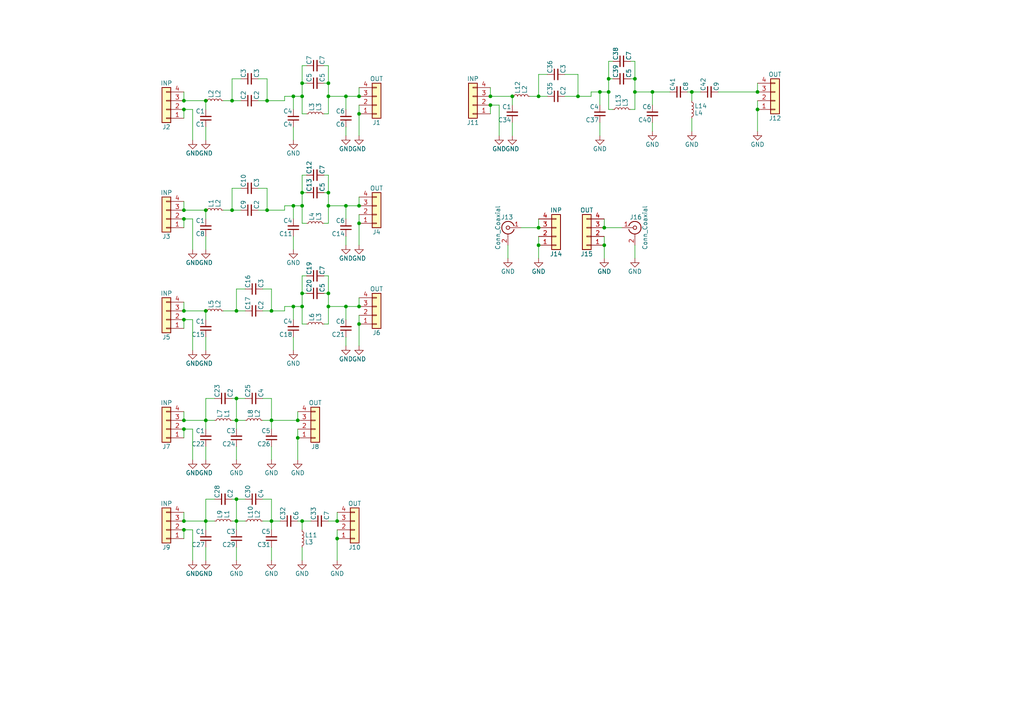
<source format=kicad_sch>
(kicad_sch (version 20211123) (generator eeschema)
  (paper "A4")
  (lib_symbols
    (symbol "BandPassFilter-rescue:C_Small" (pin_numbers hide) (pin_names (offset 0.254) hide)
      (property "Reference" "C" (at 0.254 1.778 0))
      (property "Value" "C_Small" (at 0.254 -2.032 0))
      (symbol "C_Small_0_1"
        (polyline (pts (xy -1.524 -0.508) (xy 1.524 -0.508)) (stroke (width 0.3302)))
        (polyline (pts (xy -1.524 0.508) (xy 1.524 0.508)) (stroke (width 0.3048)))
      )
      (symbol "C_Small_1_1"
        (pin passive line (at 0 2.54 270) (length 2.032) (name "~") (number "1"))
        (pin passive line (at 0 -2.54 90) (length 2.032) (name "~") (number "2"))
      )
    )
    (symbol "BandPassFilter-rescue:Conn_01x04" (pin_names (offset 1.016) hide)
      (property "Reference" "J" (at 0 5.08 0))
      (property "Value" "Conn_01x04" (at 0 -7.62 0))
      (symbol "Conn_01x04_1_1"
        (rectangle (start -1.27 -4.953) (end 0 -5.207) (stroke (width 0.1524)))
        (rectangle (start -1.27 -2.413) (end 0 -2.667) (stroke (width 0.1524)))
        (rectangle (start -1.27 0.127) (end 0 -0.127) (stroke (width 0.1524)))
        (rectangle (start -1.27 2.667) (end 0 2.413) (stroke (width 0.1524)))
        (rectangle (start -1.27 3.81) (end 1.27 -6.35) (stroke (width 0.254)) (fill (type background)))
        (pin passive line (at -5.08 2.54 0) (length 3.81) (name "Pin_1") (number "1"))
        (pin passive line (at -5.08 0 0) (length 3.81) (name "Pin_2") (number "2"))
        (pin passive line (at -5.08 -2.54 0) (length 3.81) (name "Pin_3") (number "3"))
        (pin passive line (at -5.08 -5.08 0) (length 3.81) (name "Pin_4") (number "4"))
      )
    )
    (symbol "BandPassFilter-rescue:Conn_Coaxial" (pin_names (offset 1.016) hide)
      (property "Reference" "J" (at 0.254 3.048 0))
      (property "Value" "Conn_Coaxial" (at 2.921 0 90))
      (symbol "Conn_Coaxial_0_1"
        (arc (start -1.778 -0.508) (mid 0.2311 -1.8066) (end 1.778 0) (stroke (width 0.254)))
        (polyline (pts (xy -1.27 0) (xy -0.508 0)))
        (polyline (pts (xy 0 -2.54) (xy 0 -1.778)))
        (circle (center 0 0) (radius 0.508) (stroke (width 0.2032)))
        (arc (start 1.778 0) (mid 0.2099 1.8101) (end -1.778 0.508) (stroke (width 0.254)))
      )
      (symbol "Conn_Coaxial_1_1"
        (pin passive line (at -3.81 0 0) (length 2.54) (name "In") (number "1"))
        (pin passive line (at 0 -5.08 90) (length 2.54) (name "Ext") (number "2"))
      )
    )
    (symbol "BandPassFilter-rescue:GND" (power) (pin_names (offset 0))
      (property "Value" "GND" (at 0 -3.81 0))
      (symbol "GND_0_1"
        (polyline (pts (xy 0 0) (xy 0 -1.27) (xy 1.27 -1.27) (xy 0 -2.54) (xy -1.27 -1.27) (xy 0 -1.27)))
      )
      (symbol "GND_1_1"
        (pin power_in line (at 0 0 270) (length 0) hide (name "GND") (number "1"))
      )
    )
    (symbol "BandPassFilter-rescue:L_Small" (pin_numbers hide) (pin_names (offset 0.254) hide)
      (property "Reference" "L" (at 0.762 1.016 0))
      (property "Value" "L_Small" (at 0.762 -1.016 0))
      (symbol "L_Small_0_1"
        (arc (start 0 -2.032) (mid 0.508 -1.524) (end 0 -1.016))
        (arc (start 0 -1.016) (mid 0.508 -0.508) (end 0 0))
        (arc (start 0 0) (mid 0.508 0.508) (end 0 1.016))
        (arc (start 0 1.016) (mid 0.508 1.524) (end 0 2.032))
      )
      (symbol "L_Small_1_1"
        (pin passive line (at 0 2.54 270) (length 0.508) (name "~") (number "1"))
        (pin passive line (at 0 -2.54 90) (length 0.508) (name "~") (number "2"))
      )
    )
  )
  (junction (at 59.69 60.96))
  (junction (at 156.21 71.12))
  (junction (at 100.33 88.9))
  (junction (at 95.25 55.88))
  (junction (at 104.14 93.98))
  (junction (at 53.34 121.92))
  (junction (at 87.63 88.9))
  (junction (at 104.14 33.02))
  (junction (at 167.64 27.94))
  (junction (at 142.24 30.48))
  (junction (at 173.99 26.67))
  (junction (at 219.71 26.67))
  (junction (at 59.69 90.17))
  (junction (at 97.79 156.21))
  (junction (at 86.36 127))
  (junction (at 53.34 29.21))
  (junction (at 95.25 59.69))
  (junction (at 219.71 31.75))
  (junction (at 100.33 59.69))
  (junction (at 86.36 121.92))
  (junction (at 104.14 88.9))
  (junction (at 184.15 26.67))
  (junction (at 77.47 29.21))
  (junction (at 53.34 90.17))
  (junction (at 87.63 24.13))
  (junction (at 53.34 31.75))
  (junction (at 87.63 55.88))
  (junction (at 148.59 27.94))
  (junction (at 95.25 24.13))
  (junction (at 59.69 121.92))
  (junction (at 104.14 59.69))
  (junction (at 176.53 22.86))
  (junction (at 104.14 27.94))
  (junction (at 68.58 90.17))
  (junction (at 53.34 151.13))
  (junction (at 100.33 27.94))
  (junction (at 87.63 85.09))
  (junction (at 87.63 59.69))
  (junction (at 53.34 60.96))
  (junction (at 95.25 88.9))
  (junction (at 95.25 27.94))
  (junction (at 104.14 64.77))
  (junction (at 156.21 66.04))
  (junction (at 184.15 22.86))
  (junction (at 78.74 151.13))
  (junction (at 87.63 151.13))
  (junction (at 176.53 26.67))
  (junction (at 53.34 153.67))
  (junction (at 87.63 27.94))
  (junction (at 175.26 71.12))
  (junction (at 68.58 121.92))
  (junction (at 67.31 60.96))
  (junction (at 85.09 88.9))
  (junction (at 68.58 144.78))
  (junction (at 189.23 26.67))
  (junction (at 53.34 124.46))
  (junction (at 95.25 85.09))
  (junction (at 85.09 27.94))
  (junction (at 85.09 59.69))
  (junction (at 200.66 26.67))
  (junction (at 97.79 151.13))
  (junction (at 68.58 151.13))
  (junction (at 175.26 66.04))
  (junction (at 156.21 27.94))
  (junction (at 53.34 92.71))
  (junction (at 59.69 151.13))
  (junction (at 78.74 121.92))
  (junction (at 78.74 90.17))
  (junction (at 77.47 60.96))
  (junction (at 142.24 27.94))
  (junction (at 59.69 29.21))
  (junction (at 67.31 29.21))
  (junction (at 68.58 115.57))
  (junction (at 53.34 63.5))
  (wire (pts (xy 95.25 151.13) (xy 97.79 151.13)))
  (wire (pts (xy 158.75 27.94) (xy 156.21 27.94)))
  (wire (pts (xy 59.69 90.17) (xy 59.69 92.71)))
  (wire (pts (xy 74.93 29.21) (xy 77.47 29.21)))
  (wire (pts (xy 184.15 22.86) (xy 182.88 22.86)))
  (wire (pts (xy 148.59 27.94) (xy 148.59 30.48)))
  (wire (pts (xy 200.66 26.67) (xy 203.2 26.67)))
  (wire (pts (xy 59.69 151.13) (xy 62.23 151.13)))
  (wire (pts (xy 67.31 60.96) (xy 67.31 54.61)))
  (wire (pts (xy 82.55 88.9) (xy 85.09 88.9)))
  (wire (pts (xy 219.71 26.67) (xy 219.71 24.13)))
  (wire (pts (xy 87.63 153.67) (xy 87.63 151.13)))
  (wire (pts (xy 68.58 121.92) (xy 71.12 121.92)))
  (wire (pts (xy 59.69 144.78) (xy 62.23 144.78)))
  (wire (pts (xy 77.47 54.61) (xy 77.47 60.96)))
  (wire (pts (xy 78.74 133.35) (xy 78.74 129.54)))
  (wire (pts (xy 85.09 72.39) (xy 85.09 68.58)))
  (wire (pts (xy 104.14 33.02) (xy 104.14 39.37)))
  (wire (pts (xy 67.31 121.92) (xy 68.58 121.92)))
  (wire (pts (xy 88.9 85.09) (xy 87.63 85.09)))
  (wire (pts (xy 67.31 60.96) (xy 69.85 60.96)))
  (wire (pts (xy 67.31 144.78) (xy 68.58 144.78)))
  (wire (pts (xy 87.63 50.8) (xy 88.9 50.8)))
  (wire (pts (xy 59.69 40.64) (xy 59.69 36.83)))
  (wire (pts (xy 68.58 115.57) (xy 71.12 115.57)))
  (wire (pts (xy 85.09 59.69) (xy 87.63 59.69)))
  (wire (pts (xy 78.74 90.17) (xy 82.55 90.17)))
  (wire (pts (xy 184.15 17.78) (xy 184.15 22.86)))
  (wire (pts (xy 78.74 83.82) (xy 78.74 90.17)))
  (wire (pts (xy 171.45 27.94) (xy 171.45 26.67)))
  (wire (pts (xy 78.74 144.78) (xy 78.74 151.13)))
  (wire (pts (xy 173.99 30.48) (xy 173.99 26.67)))
  (wire (pts (xy 74.93 22.86) (xy 77.47 22.86)))
  (wire (pts (xy 100.33 27.94) (xy 104.14 27.94)))
  (wire (pts (xy 104.14 93.98) (xy 104.14 100.33)))
  (wire (pts (xy 67.31 22.86) (xy 69.85 22.86)))
  (wire (pts (xy 142.24 27.94) (xy 148.59 27.94)))
  (wire (pts (xy 77.47 22.86) (xy 77.47 29.21)))
  (wire (pts (xy 176.53 17.78) (xy 177.8 17.78)))
  (wire (pts (xy 87.63 151.13) (xy 90.17 151.13)))
  (wire (pts (xy 55.88 101.6) (xy 55.88 92.71)))
  (wire (pts (xy 104.14 62.23) (xy 104.14 64.77)))
  (wire (pts (xy 208.28 26.67) (xy 219.71 26.67)))
  (wire (pts (xy 97.79 153.67) (xy 97.79 156.21)))
  (wire (pts (xy 53.34 124.46) (xy 53.34 127)))
  (wire (pts (xy 68.58 133.35) (xy 68.58 129.54)))
  (wire (pts (xy 142.24 30.48) (xy 142.24 33.02)))
  (wire (pts (xy 100.33 31.75) (xy 100.33 27.94)))
  (wire (pts (xy 87.63 80.01) (xy 88.9 80.01)))
  (wire (pts (xy 74.93 60.96) (xy 77.47 60.96)))
  (wire (pts (xy 156.21 21.59) (xy 158.75 21.59)))
  (wire (pts (xy 85.09 31.75) (xy 85.09 27.94)))
  (wire (pts (xy 68.58 151.13) (xy 71.12 151.13)))
  (wire (pts (xy 200.66 38.1) (xy 200.66 34.29)))
  (wire (pts (xy 78.74 151.13) (xy 81.28 151.13)))
  (wire (pts (xy 55.88 153.67) (xy 53.34 153.67)))
  (wire (pts (xy 144.78 30.48) (xy 142.24 30.48)))
  (wire (pts (xy 59.69 121.92) (xy 62.23 121.92)))
  (wire (pts (xy 59.69 162.56) (xy 59.69 158.75)))
  (wire (pts (xy 78.74 121.92) (xy 86.36 121.92)))
  (wire (pts (xy 142.24 25.4) (xy 142.24 27.94)))
  (wire (pts (xy 59.69 133.35) (xy 59.69 129.54)))
  (wire (pts (xy 100.33 92.71) (xy 100.33 88.9)))
  (wire (pts (xy 95.25 50.8) (xy 93.98 50.8)))
  (wire (pts (xy 86.36 151.13) (xy 87.63 151.13)))
  (wire (pts (xy 68.58 90.17) (xy 71.12 90.17)))
  (wire (pts (xy 104.14 64.77) (xy 104.14 71.12)))
  (wire (pts (xy 104.14 91.44) (xy 104.14 93.98)))
  (wire (pts (xy 177.8 22.86) (xy 176.53 22.86)))
  (wire (pts (xy 76.2 90.17) (xy 78.74 90.17)))
  (wire (pts (xy 78.74 121.92) (xy 78.74 124.46)))
  (wire (pts (xy 67.31 151.13) (xy 68.58 151.13)))
  (wire (pts (xy 78.74 162.56) (xy 78.74 158.75)))
  (wire (pts (xy 87.63 85.09) (xy 87.63 88.9)))
  (wire (pts (xy 87.63 27.94) (xy 87.63 33.02)))
  (wire (pts (xy 53.34 151.13) (xy 59.69 151.13)))
  (wire (pts (xy 156.21 27.94) (xy 153.67 27.94)))
  (wire (pts (xy 88.9 24.13) (xy 87.63 24.13)))
  (wire (pts (xy 59.69 144.78) (xy 59.69 151.13)))
  (wire (pts (xy 171.45 26.67) (xy 173.99 26.67)))
  (wire (pts (xy 95.25 19.05) (xy 93.98 19.05)))
  (wire (pts (xy 53.34 26.67) (xy 53.34 29.21)))
  (wire (pts (xy 68.58 83.82) (xy 71.12 83.82)))
  (wire (pts (xy 87.63 33.02) (xy 88.9 33.02)))
  (wire (pts (xy 95.25 19.05) (xy 95.25 24.13)))
  (wire (pts (xy 53.34 87.63) (xy 53.34 90.17)))
  (wire (pts (xy 85.09 63.5) (xy 85.09 59.69)))
  (wire (pts (xy 87.63 24.13) (xy 87.63 27.94)))
  (wire (pts (xy 53.34 63.5) (xy 53.34 66.04)))
  (wire (pts (xy 156.21 27.94) (xy 156.21 21.59)))
  (wire (pts (xy 59.69 72.39) (xy 59.69 68.58)))
  (wire (pts (xy 95.25 80.01) (xy 95.25 85.09)))
  (wire (pts (xy 68.58 144.78) (xy 68.58 151.13)))
  (wire (pts (xy 156.21 63.5) (xy 156.21 66.04)))
  (wire (pts (xy 184.15 26.67) (xy 189.23 26.67)))
  (wire (pts (xy 95.25 27.94) (xy 100.33 27.94)))
  (wire (pts (xy 85.09 101.6) (xy 85.09 97.79)))
  (wire (pts (xy 68.58 144.78) (xy 71.12 144.78)))
  (wire (pts (xy 53.34 90.17) (xy 59.69 90.17)))
  (wire (pts (xy 59.69 115.57) (xy 62.23 115.57)))
  (wire (pts (xy 64.77 90.17) (xy 68.58 90.17)))
  (wire (pts (xy 76.2 151.13) (xy 78.74 151.13)))
  (wire (pts (xy 104.14 30.48) (xy 104.14 33.02)))
  (wire (pts (xy 148.59 39.37) (xy 148.59 35.56)))
  (wire (pts (xy 219.71 29.21) (xy 219.71 31.75)))
  (wire (pts (xy 173.99 26.67) (xy 176.53 26.67)))
  (wire (pts (xy 53.34 148.59) (xy 53.34 151.13)))
  (wire (pts (xy 189.23 30.48) (xy 189.23 26.67)))
  (wire (pts (xy 87.63 59.69) (xy 87.63 64.77)))
  (wire (pts (xy 53.34 29.21) (xy 59.69 29.21)))
  (wire (pts (xy 55.88 40.64) (xy 55.88 31.75)))
  (wire (pts (xy 85.09 88.9) (xy 87.63 88.9)))
  (wire (pts (xy 55.88 133.35) (xy 55.88 124.46)))
  (wire (pts (xy 95.25 24.13) (xy 95.25 27.94)))
  (wire (pts (xy 173.99 39.37) (xy 173.99 35.56)))
  (wire (pts (xy 100.33 88.9) (xy 104.14 88.9)))
  (wire (pts (xy 59.69 115.57) (xy 59.69 121.92)))
  (wire (pts (xy 167.64 27.94) (xy 171.45 27.94)))
  (wire (pts (xy 184.15 22.86) (xy 184.15 26.67)))
  (wire (pts (xy 55.88 63.5) (xy 53.34 63.5)))
  (wire (pts (xy 95.25 50.8) (xy 95.25 55.88)))
  (wire (pts (xy 67.31 115.57) (xy 68.58 115.57)))
  (wire (pts (xy 87.63 93.98) (xy 88.9 93.98)))
  (wire (pts (xy 95.25 88.9) (xy 100.33 88.9)))
  (wire (pts (xy 104.14 88.9) (xy 104.14 86.36)))
  (wire (pts (xy 59.69 151.13) (xy 59.69 153.67)))
  (wire (pts (xy 78.74 151.13) (xy 78.74 153.67)))
  (wire (pts (xy 68.58 151.13) (xy 68.58 153.67)))
  (wire (pts (xy 167.64 27.94) (xy 167.64 21.59)))
  (wire (pts (xy 64.77 29.21) (xy 67.31 29.21)))
  (wire (pts (xy 100.33 63.5) (xy 100.33 59.69)))
  (wire (pts (xy 67.31 29.21) (xy 69.85 29.21)))
  (wire (pts (xy 163.83 27.94) (xy 167.64 27.94)))
  (wire (pts (xy 200.66 29.21) (xy 200.66 26.67)))
  (wire (pts (xy 87.63 88.9) (xy 87.63 93.98)))
  (wire (pts (xy 76.2 144.78) (xy 78.74 144.78)))
  (wire (pts (xy 175.26 68.58) (xy 175.26 71.12)))
  (wire (pts (xy 176.53 22.86) (xy 176.53 26.67)))
  (wire (pts (xy 86.36 124.46) (xy 86.36 127)))
  (wire (pts (xy 184.15 74.93) (xy 184.15 71.12)))
  (wire (pts (xy 68.58 162.56) (xy 68.58 158.75)))
  (wire (pts (xy 95.25 64.77) (xy 93.98 64.77)))
  (wire (pts (xy 85.09 27.94) (xy 87.63 27.94)))
  (wire (pts (xy 86.36 121.92) (xy 86.36 119.38)))
  (wire (pts (xy 156.21 66.04) (xy 151.13 66.04)))
  (wire (pts (xy 95.25 24.13) (xy 93.98 24.13)))
  (wire (pts (xy 156.21 68.58) (xy 156.21 71.12)))
  (wire (pts (xy 100.33 39.37) (xy 100.33 36.83)))
  (wire (pts (xy 53.34 119.38) (xy 53.34 121.92)))
  (wire (pts (xy 95.25 88.9) (xy 95.25 93.98)))
  (wire (pts (xy 95.25 85.09) (xy 95.25 88.9)))
  (wire (pts (xy 184.15 17.78) (xy 182.88 17.78)))
  (wire (pts (xy 104.14 27.94) (xy 104.14 25.4)))
  (wire (pts (xy 87.63 80.01) (xy 87.63 85.09)))
  (wire (pts (xy 55.88 72.39) (xy 55.88 63.5)))
  (wire (pts (xy 176.53 31.75) (xy 177.8 31.75)))
  (wire (pts (xy 144.78 39.37) (xy 144.78 30.48)))
  (wire (pts (xy 95.25 55.88) (xy 95.25 59.69)))
  (wire (pts (xy 184.15 31.75) (xy 182.88 31.75)))
  (wire (pts (xy 175.26 63.5) (xy 175.26 66.04)))
  (wire (pts (xy 76.2 83.82) (xy 78.74 83.82)))
  (wire (pts (xy 175.26 71.12) (xy 175.26 74.93)))
  (wire (pts (xy 95.25 27.94) (xy 95.25 33.02)))
  (wire (pts (xy 87.63 50.8) (xy 87.63 55.88)))
  (wire (pts (xy 87.63 55.88) (xy 87.63 59.69)))
  (wire (pts (xy 76.2 121.92) (xy 78.74 121.92)))
  (wire (pts (xy 53.34 153.67) (xy 53.34 156.21)))
  (wire (pts (xy 219.71 31.75) (xy 219.71 38.1)))
  (wire (pts (xy 77.47 29.21) (xy 82.55 29.21)))
  (wire (pts (xy 86.36 127) (xy 86.36 133.35)))
  (wire (pts (xy 85.09 40.64) (xy 85.09 36.83)))
  (wire (pts (xy 100.33 59.69) (xy 104.14 59.69)))
  (wire (pts (xy 175.26 66.04) (xy 180.34 66.04)))
  (wire (pts (xy 95.25 55.88) (xy 93.98 55.88)))
  (wire (pts (xy 199.39 26.67) (xy 200.66 26.67)))
  (wire (pts (xy 95.25 85.09) (xy 93.98 85.09)))
  (wire (pts (xy 68.58 90.17) (xy 68.58 83.82)))
  (wire (pts (xy 68.58 115.57) (xy 68.58 121.92)))
  (wire (pts (xy 76.2 115.57) (xy 78.74 115.57)))
  (wire (pts (xy 55.88 162.56) (xy 55.88 153.67)))
  (wire (pts (xy 176.53 17.78) (xy 176.53 22.86)))
  (wire (pts (xy 189.23 26.67) (xy 194.31 26.67)))
  (wire (pts (xy 67.31 29.21) (xy 67.31 22.86)))
  (wire (pts (xy 59.69 29.21) (xy 59.69 31.75)))
  (wire (pts (xy 97.79 151.13) (xy 97.79 148.59)))
  (wire (pts (xy 95.25 33.02) (xy 93.98 33.02)))
  (wire (pts (xy 53.34 58.42) (xy 53.34 60.96)))
  (wire (pts (xy 55.88 124.46) (xy 53.34 124.46)))
  (wire (pts (xy 97.79 156.21) (xy 97.79 162.56)))
  (wire (pts (xy 55.88 92.71) (xy 53.34 92.71)))
  (wire (pts (xy 100.33 71.12) (xy 100.33 68.58)))
  (wire (pts (xy 87.63 19.05) (xy 87.63 24.13)))
  (wire (pts (xy 78.74 115.57) (xy 78.74 121.92)))
  (wire (pts (xy 176.53 26.67) (xy 176.53 31.75)))
  (wire (pts (xy 87.63 162.56) (xy 87.63 158.75)))
  (wire (pts (xy 104.14 59.69) (xy 104.14 57.15)))
  (wire (pts (xy 82.55 90.17) (xy 82.55 88.9)))
  (wire (pts (xy 59.69 60.96) (xy 59.69 63.5)))
  (wire (pts (xy 67.31 54.61) (xy 69.85 54.61)))
  (wire (pts (xy 53.34 31.75) (xy 53.34 34.29)))
  (wire (pts (xy 147.32 74.93) (xy 147.32 71.12)))
  (wire (pts (xy 77.47 60.96) (xy 82.55 60.96)))
  (wire (pts (xy 82.55 27.94) (xy 85.09 27.94)))
  (wire (pts (xy 100.33 100.33) (xy 100.33 97.79)))
  (wire (pts (xy 156.21 71.12) (xy 156.21 74.93)))
  (wire (pts (xy 95.25 59.69) (xy 100.33 59.69)))
  (wire (pts (xy 68.58 121.92) (xy 68.58 124.46)))
  (wire (pts (xy 74.93 54.61) (xy 77.47 54.61)))
  (wire (pts (xy 189.23 38.1) (xy 189.23 35.56)))
  (wire (pts (xy 184.15 26.67) (xy 184.15 31.75)))
  (wire (pts (xy 55.88 31.75) (xy 53.34 31.75)))
  (wire (pts (xy 88.9 55.88) (xy 87.63 55.88)))
  (wire (pts (xy 59.69 101.6) (xy 59.69 97.79)))
  (wire (pts (xy 82.55 59.69) (xy 85.09 59.69)))
  (wire (pts (xy 82.55 29.21) (xy 82.55 27.94)))
  (wire (pts (xy 167.64 21.59) (xy 163.83 21.59)))
  (wire (pts (xy 64.77 60.96) (xy 67.31 60.96)))
  (wire (pts (xy 95.25 80.01) (xy 93.98 80.01)))
  (wire (pts (xy 59.69 121.92) (xy 59.69 124.46)))
  (wire (pts (xy 85.09 92.71) (xy 85.09 88.9)))
  (wire (pts (xy 87.63 64.77) (xy 88.9 64.77)))
  (wire (pts (xy 53.34 121.92) (xy 59.69 121.92)))
  (wire (pts (xy 53.34 92.71) (xy 53.34 95.25)))
  (wire (pts (xy 53.34 60.96) (xy 59.69 60.96)))
  (wire (pts (xy 82.55 60.96) (xy 82.55 59.69)))
  (wire (pts (xy 87.63 19.05) (xy 88.9 19.05)))
  (wire (pts (xy 95.25 59.69) (xy 95.25 64.77)))
  (wire (pts (xy 95.25 93.98) (xy 93.98 93.98)))
  (symbol (lib_id "BandPassFilter-rescue:GND") (at 55.88 40.64 0) (unit 1)
    (property "Reference" "#PWR01" (effects hide))
    (property "Value" "GND" (at 55.88 44.45 0))
  )
  (symbol (lib_id "BandPassFilter-rescue:GND") (at 104.14 39.37 0) (unit 1)
    (property "Reference" "#PWR024" (effects hide))
    (property "Value" "GND" (at 104.14 43.18 0))
  )
  (symbol (lib_id "BandPassFilter-rescue:C_Small") (at 59.69 34.29 180) (unit 1)
    (property "Reference" "C1" (at 59.436 36.068 0) (effects (justify left)))
    (property "Value" "C1" (at 59.436 32.258 0) (effects (justify left)))
    (property "Footprint" "BandPassFilter:C_Disc_D5.0mm_W2.5mm_P5.00mm_Dual" (effects hide))
  )
  (symbol (lib_id "BandPassFilter-rescue:GND") (at 59.69 40.64 0) (unit 1)
    (property "Reference" "#PWR06" (effects hide))
    (property "Value" "GND" (at 59.69 44.45 0))
  )
  (symbol (lib_id "BandPassFilter-rescue:L_Small") (at 62.23 29.21 90) (unit 1)
    (property "Reference" "L2" (at 61.214 28.448 0) (effects (justify left)))
    (property "Value" "L2" (at 63.246 28.448 0) (effects (justify left)))
    (property "Footprint" "BandPassFilter:L_Toroid_Horizontal_D12.7mm_Compact" (effects hide))
  )
  (symbol (lib_id "BandPassFilter-rescue:C_Small") (at 72.39 29.21 90) (unit 1)
    (property "Reference" "C2" (at 70.612 28.956 0) (effects (justify left)))
    (property "Value" "C2" (at 74.422 28.956 0) (effects (justify left)))
    (property "Footprint" "BandPassFilter:C_Disc_D5.0mm_W2.5mm_P5.00mm_Dual" (effects hide))
  )
  (symbol (lib_id "BandPassFilter-rescue:C_Small") (at 72.39 22.86 90) (unit 1)
    (property "Reference" "C3" (at 70.612 22.606 0) (effects (justify left)))
    (property "Value" "C3" (at 74.422 22.606 0) (effects (justify left)))
    (property "Footprint" "BandPassFilter:C_Disc_D5.0mm_W2.5mm_P5.00mm_Dual" (effects hide))
  )
  (symbol (lib_id "BandPassFilter-rescue:C_Small") (at 85.09 34.29 180) (unit 1)
    (property "Reference" "C4" (at 84.836 36.068 0) (effects (justify left)))
    (property "Value" "C4" (at 84.836 32.258 0) (effects (justify left)))
    (property "Footprint" "BandPassFilter:C_Disc_D5.0mm_W2.5mm_P5.00mm_Dual" (effects hide))
  )
  (symbol (lib_id "BandPassFilter-rescue:GND") (at 85.09 40.64 0) (unit 1)
    (property "Reference" "#PWR015" (effects hide))
    (property "Value" "GND" (at 85.09 44.45 0))
  )
  (symbol (lib_id "BandPassFilter-rescue:C_Small") (at 100.33 34.29 180) (unit 1)
    (property "Reference" "C6" (at 100.076 36.068 0) (effects (justify left)))
    (property "Value" "C6" (at 100.076 32.258 0) (effects (justify left)))
    (property "Footprint" "BandPassFilter:C_Disc_D5.0mm_W2.5mm_P5.00mm_Dual" (effects hide))
  )
  (symbol (lib_id "BandPassFilter-rescue:GND") (at 100.33 39.37 0) (unit 1)
    (property "Reference" "#PWR021" (effects hide))
    (property "Value" "GND" (at 100.33 43.18 0))
  )
  (symbol (lib_id "BandPassFilter-rescue:C_Small") (at 91.44 24.13 90) (unit 1)
    (property "Reference" "C5" (at 89.662 23.876 0) (effects (justify left)))
    (property "Value" "C5" (at 93.472 23.876 0) (effects (justify left)))
    (property "Footprint" "BandPassFilter:C_Disc_D5.0mm_W2.5mm_P5.00mm_Dual" (effects hide))
  )
  (symbol (lib_id "BandPassFilter-rescue:L_Small") (at 91.44 33.02 90) (unit 1)
    (property "Reference" "L3" (at 90.424 32.258 0) (effects (justify left)))
    (property "Value" "L3" (at 92.456 32.258 0) (effects (justify left)))
    (property "Footprint" "BandPassFilter:L_Toroid_Horizontal_D12.7mm_Compact" (effects hide))
  )
  (symbol (lib_id "BandPassFilter-rescue:Conn_01x04") (at 109.22 30.48 0) (mirror x) (unit 1)
    (property "Reference" "J1" (at 109.22 35.56 0))
    (property "Value" "OUT" (at 109.22 22.86 0))
    (property "Footprint" "Pin_Headers:Pin_Header_Straight_1x04_Pitch2.54mm" (effects hide))
  )
  (symbol (lib_id "BandPassFilter-rescue:Conn_01x04") (at 48.26 31.75 180) (unit 1)
    (property "Reference" "J2" (at 48.26 36.83 0))
    (property "Value" "INP" (at 48.26 24.13 0))
    (property "Footprint" "Pin_Headers:Pin_Header_Straight_1x04_Pitch2.54mm" (effects hide))
  )
  (symbol (lib_id "BandPassFilter-rescue:C_Small") (at 91.44 19.05 90) (unit 1)
    (property "Reference" "C7" (at 89.662 18.796 0) (effects (justify left)))
    (property "Value" "C7" (at 93.472 18.796 0) (effects (justify left)))
    (property "Footprint" "BandPassFilter:C_Disc_D5.0mm_W2.5mm_P5.00mm_Dual" (effects hide))
  )
  (symbol (lib_id "BandPassFilter-rescue:GND") (at 55.88 72.39 0) (unit 1)
    (property "Reference" "#PWR02" (effects hide))
    (property "Value" "GND" (at 55.88 76.2 0))
  )
  (symbol (lib_id "BandPassFilter-rescue:GND") (at 104.14 71.12 0) (unit 1)
    (property "Reference" "#PWR025" (effects hide))
    (property "Value" "GND" (at 104.14 74.93 0))
  )
  (symbol (lib_id "BandPassFilter-rescue:C_Small") (at 59.69 66.04 180) (unit 1)
    (property "Reference" "C8" (at 59.436 67.818 0) (effects (justify left)))
    (property "Value" "C1" (at 59.436 64.008 0) (effects (justify left)))
    (property "Footprint" "BandPassFilter:C_Disc_D5.0mm_W2.5mm_P5.00mm_Dual" (effects hide))
  )
  (symbol (lib_id "BandPassFilter-rescue:GND") (at 59.69 72.39 0) (unit 1)
    (property "Reference" "#PWR07" (effects hide))
    (property "Value" "GND" (at 59.69 76.2 0))
  )
  (symbol (lib_id "BandPassFilter-rescue:L_Small") (at 62.23 60.96 90) (unit 1)
    (property "Reference" "L1" (at 61.214 60.198 0) (effects (justify left)))
    (property "Value" "L2" (at 63.246 60.198 0) (effects (justify left)))
    (property "Footprint" "BandPassFilter:L_Toroid_Horizontal_D12.7mm_Compact" (effects hide))
  )
  (symbol (lib_id "BandPassFilter-rescue:C_Small") (at 72.39 60.96 90) (unit 1)
    (property "Reference" "C9" (at 70.612 60.706 0) (effects (justify left)))
    (property "Value" "C2" (at 74.422 60.706 0) (effects (justify left)))
    (property "Footprint" "BandPassFilter:C_Disc_D5.0mm_W2.5mm_P5.00mm_Dual" (effects hide))
  )
  (symbol (lib_id "BandPassFilter-rescue:C_Small") (at 72.39 54.61 90) (unit 1)
    (property "Reference" "C10" (at 70.612 54.356 0) (effects (justify left)))
    (property "Value" "C3" (at 74.422 54.356 0) (effects (justify left)))
    (property "Footprint" "BandPassFilter:C_Disc_D5.0mm_W2.5mm_P5.00mm_Dual" (effects hide))
  )
  (symbol (lib_id "BandPassFilter-rescue:C_Small") (at 85.09 66.04 180) (unit 1)
    (property "Reference" "C11" (at 84.836 67.818 0) (effects (justify left)))
    (property "Value" "C4" (at 84.836 64.008 0) (effects (justify left)))
    (property "Footprint" "BandPassFilter:C_Disc_D5.0mm_W2.5mm_P5.00mm_Dual" (effects hide))
  )
  (symbol (lib_id "BandPassFilter-rescue:GND") (at 85.09 72.39 0) (unit 1)
    (property "Reference" "#PWR016" (effects hide))
    (property "Value" "GND" (at 85.09 76.2 0))
  )
  (symbol (lib_id "BandPassFilter-rescue:C_Small") (at 100.33 66.04 180) (unit 1)
    (property "Reference" "C14" (at 100.076 67.818 0) (effects (justify left)))
    (property "Value" "C6" (at 100.076 64.008 0) (effects (justify left)))
    (property "Footprint" "BandPassFilter:C_Disc_D5.0mm_W2.5mm_P5.00mm_Dual" (effects hide))
  )
  (symbol (lib_id "BandPassFilter-rescue:GND") (at 100.33 71.12 0) (unit 1)
    (property "Reference" "#PWR022" (effects hide))
    (property "Value" "GND" (at 100.33 74.93 0))
  )
  (symbol (lib_id "BandPassFilter-rescue:C_Small") (at 91.44 55.88 90) (unit 1)
    (property "Reference" "C13" (at 89.662 55.626 0) (effects (justify left)))
    (property "Value" "C5" (at 93.472 55.626 0) (effects (justify left)))
    (property "Footprint" "BandPassFilter:C_Disc_D5.0mm_W2.5mm_P5.00mm_Dual" (effects hide))
  )
  (symbol (lib_id "BandPassFilter-rescue:L_Small") (at 91.44 64.77 90) (unit 1)
    (property "Reference" "L4" (at 90.424 64.008 0) (effects (justify left)))
    (property "Value" "L3" (at 92.456 64.008 0) (effects (justify left)))
    (property "Footprint" "BandPassFilter:L_Toroid_Horizontal_D12.7mm_Compact" (effects hide))
  )
  (symbol (lib_id "BandPassFilter-rescue:Conn_01x04") (at 109.22 62.23 0) (mirror x) (unit 1)
    (property "Reference" "J4" (at 109.22 67.31 0))
    (property "Value" "OUT" (at 109.22 54.61 0))
    (property "Footprint" "Pin_Headers:Pin_Header_Straight_1x04_Pitch2.54mm" (effects hide))
  )
  (symbol (lib_id "BandPassFilter-rescue:Conn_01x04") (at 48.26 63.5 180) (unit 1)
    (property "Reference" "J3" (at 48.26 68.58 0))
    (property "Value" "INP" (at 48.26 55.88 0))
    (property "Footprint" "Pin_Headers:Pin_Header_Straight_1x04_Pitch2.54mm" (effects hide))
  )
  (symbol (lib_id "BandPassFilter-rescue:C_Small") (at 91.44 50.8 90) (unit 1)
    (property "Reference" "C12" (at 89.662 50.546 0) (effects (justify left)))
    (property "Value" "C7" (at 93.472 50.546 0) (effects (justify left)))
    (property "Footprint" "BandPassFilter:C_Disc_D5.0mm_W2.5mm_P5.00mm_Dual" (effects hide))
  )
  (symbol (lib_id "BandPassFilter-rescue:GND") (at 55.88 101.6 0) (unit 1)
    (property "Reference" "#PWR03" (effects hide))
    (property "Value" "GND" (at 55.88 105.41 0))
  )
  (symbol (lib_id "BandPassFilter-rescue:GND") (at 104.14 100.33 0) (unit 1)
    (property "Reference" "#PWR026" (effects hide))
    (property "Value" "GND" (at 104.14 104.14 0))
  )
  (symbol (lib_id "BandPassFilter-rescue:C_Small") (at 59.69 95.25 180) (unit 1)
    (property "Reference" "C15" (at 59.436 97.028 0) (effects (justify left)))
    (property "Value" "C1" (at 59.436 93.218 0) (effects (justify left)))
    (property "Footprint" "BandPassFilter:C_Disc_D5.0mm_W2.5mm_P5.00mm_Dual" (effects hide))
  )
  (symbol (lib_id "BandPassFilter-rescue:GND") (at 59.69 101.6 0) (unit 1)
    (property "Reference" "#PWR08" (effects hide))
    (property "Value" "GND" (at 59.69 105.41 0))
  )
  (symbol (lib_id "BandPassFilter-rescue:L_Small") (at 62.23 90.17 90) (unit 1)
    (property "Reference" "L5" (at 61.214 89.408 0) (effects (justify left)))
    (property "Value" "L2" (at 63.246 89.408 0) (effects (justify left)))
    (property "Footprint" "BandPassFilter:L_Toroid_Horizontal_D12.7mm_Compact" (effects hide))
  )
  (symbol (lib_id "BandPassFilter-rescue:C_Small") (at 73.66 90.17 90) (unit 1)
    (property "Reference" "C17" (at 71.882 89.916 0) (effects (justify left)))
    (property "Value" "C2" (at 75.692 89.916 0) (effects (justify left)))
    (property "Footprint" "BandPassFilter:C_Disc_D5.0mm_W2.5mm_P5.00mm_Dual" (effects hide))
  )
  (symbol (lib_id "BandPassFilter-rescue:C_Small") (at 73.66 83.82 90) (unit 1)
    (property "Reference" "C16" (at 71.882 83.566 0) (effects (justify left)))
    (property "Value" "C3" (at 75.692 83.566 0) (effects (justify left)))
    (property "Footprint" "BandPassFilter:C_Disc_D5.0mm_W2.5mm_P5.00mm_Dual" (effects hide))
  )
  (symbol (lib_id "BandPassFilter-rescue:C_Small") (at 85.09 95.25 180) (unit 1)
    (property "Reference" "C18" (at 84.836 97.028 0) (effects (justify left)))
    (property "Value" "C4" (at 84.836 93.218 0) (effects (justify left)))
    (property "Footprint" "BandPassFilter:C_Disc_D5.0mm_W2.5mm_P5.00mm_Dual" (effects hide))
  )
  (symbol (lib_id "BandPassFilter-rescue:GND") (at 85.09 101.6 0) (unit 1)
    (property "Reference" "#PWR017" (effects hide))
    (property "Value" "GND" (at 85.09 105.41 0))
  )
  (symbol (lib_id "BandPassFilter-rescue:C_Small") (at 100.33 95.25 180) (unit 1)
    (property "Reference" "C21" (at 100.076 97.028 0) (effects (justify left)))
    (property "Value" "C6" (at 100.076 93.218 0) (effects (justify left)))
    (property "Footprint" "BandPassFilter:C_Disc_D5.0mm_W2.5mm_P5.00mm_Dual" (effects hide))
  )
  (symbol (lib_id "BandPassFilter-rescue:GND") (at 100.33 100.33 0) (unit 1)
    (property "Reference" "#PWR023" (effects hide))
    (property "Value" "GND" (at 100.33 104.14 0))
  )
  (symbol (lib_id "BandPassFilter-rescue:C_Small") (at 91.44 85.09 90) (unit 1)
    (property "Reference" "C20" (at 89.662 84.836 0) (effects (justify left)))
    (property "Value" "C5" (at 93.472 84.836 0) (effects (justify left)))
    (property "Footprint" "BandPassFilter:C_Disc_D5.0mm_W2.5mm_P5.00mm_Dual" (effects hide))
  )
  (symbol (lib_id "BandPassFilter-rescue:L_Small") (at 91.44 93.98 90) (unit 1)
    (property "Reference" "L6" (at 90.424 93.218 0) (effects (justify left)))
    (property "Value" "L3" (at 92.456 93.218 0) (effects (justify left)))
    (property "Footprint" "BandPassFilter:L_Toroid_Horizontal_D12.7mm_Compact" (effects hide))
  )
  (symbol (lib_id "BandPassFilter-rescue:Conn_01x04") (at 109.22 91.44 0) (mirror x) (unit 1)
    (property "Reference" "J6" (at 109.22 96.52 0))
    (property "Value" "OUT" (at 109.22 83.82 0))
    (property "Footprint" "Pin_Headers:Pin_Header_Straight_1x04_Pitch2.54mm" (effects hide))
  )
  (symbol (lib_id "BandPassFilter-rescue:Conn_01x04") (at 48.26 92.71 180) (unit 1)
    (property "Reference" "J5" (at 48.26 97.79 0))
    (property "Value" "INP" (at 48.26 85.09 0))
    (property "Footprint" "Pin_Headers:Pin_Header_Straight_1x04_Pitch2.54mm" (effects hide))
  )
  (symbol (lib_id "BandPassFilter-rescue:C_Small") (at 91.44 80.01 90) (unit 1)
    (property "Reference" "C19" (at 89.662 79.756 0) (effects (justify left)))
    (property "Value" "C7" (at 93.472 79.756 0) (effects (justify left)))
    (property "Footprint" "BandPassFilter:C_Disc_D5.0mm_W2.5mm_P5.00mm_Dual" (effects hide))
  )
  (symbol (lib_id "BandPassFilter-rescue:GND") (at 55.88 133.35 0) (unit 1)
    (property "Reference" "#PWR04" (effects hide))
    (property "Value" "GND" (at 55.88 137.16 0))
  )
  (symbol (lib_id "BandPassFilter-rescue:GND") (at 86.36 133.35 0) (unit 1)
    (property "Reference" "#PWR018" (effects hide))
    (property "Value" "GND" (at 86.36 137.16 0))
  )
  (symbol (lib_id "BandPassFilter-rescue:C_Small") (at 59.69 127 180) (unit 1)
    (property "Reference" "C22" (at 59.436 128.778 0) (effects (justify left)))
    (property "Value" "C1" (at 59.436 124.968 0) (effects (justify left)))
    (property "Footprint" "BandPassFilter:C_Disc_D5.0mm_W2.5mm_P5.00mm_Dual" (effects hide))
  )
  (symbol (lib_id "BandPassFilter-rescue:GND") (at 59.69 133.35 0) (unit 1)
    (property "Reference" "#PWR09" (effects hide))
    (property "Value" "GND" (at 59.69 137.16 0))
  )
  (symbol (lib_id "BandPassFilter-rescue:L_Small") (at 64.77 121.92 90) (unit 1)
    (property "Reference" "L7" (at 63.754 121.158 0) (effects (justify left)))
    (property "Value" "L1" (at 65.786 121.158 0) (effects (justify left)))
    (property "Footprint" "BandPassFilter:L_Toroid_Horizontal_D12.7mm_Compact" (effects hide))
  )
  (symbol (lib_id "BandPassFilter-rescue:C_Small") (at 64.77 115.57 90) (unit 1)
    (property "Reference" "C23" (at 62.992 115.316 0) (effects (justify left)))
    (property "Value" "C2" (at 66.802 115.316 0) (effects (justify left)))
    (property "Footprint" "BandPassFilter:C_Disc_D5.0mm_W2.5mm_P5.00mm_Dual" (effects hide))
  )
  (symbol (lib_id "BandPassFilter-rescue:C_Small") (at 68.58 127 180) (unit 1)
    (property "Reference" "C24" (at 68.326 128.778 0) (effects (justify left)))
    (property "Value" "C3" (at 68.326 124.968 0) (effects (justify left)))
    (property "Footprint" "BandPassFilter:C_Disc_D5.0mm_W2.5mm_P5.00mm_Dual" (effects hide))
  )
  (symbol (lib_id "BandPassFilter-rescue:C_Small") (at 73.66 115.57 90) (unit 1)
    (property "Reference" "C25" (at 71.882 115.316 0) (effects (justify left)))
    (property "Value" "C4" (at 75.692 115.316 0) (effects (justify left)))
    (property "Footprint" "BandPassFilter:C_Disc_D5.0mm_W2.5mm_P5.00mm_Dual" (effects hide))
  )
  (symbol (lib_id "BandPassFilter-rescue:GND") (at 78.74 133.35 0) (unit 1)
    (property "Reference" "#PWR013" (effects hide))
    (property "Value" "GND" (at 78.74 137.16 0))
  )
  (symbol (lib_id "BandPassFilter-rescue:C_Small") (at 78.74 127 180) (unit 1)
    (property "Reference" "C26" (at 78.486 128.778 0) (effects (justify left)))
    (property "Value" "C5" (at 78.486 124.968 0) (effects (justify left)))
    (property "Footprint" "BandPassFilter:C_Disc_D5.0mm_W2.5mm_P5.00mm_Dual" (effects hide))
  )
  (symbol (lib_id "BandPassFilter-rescue:L_Small") (at 73.66 121.92 90) (unit 1)
    (property "Reference" "L8" (at 72.644 121.158 0) (effects (justify left)))
    (property "Value" "L2" (at 74.676 121.158 0) (effects (justify left)))
    (property "Footprint" "BandPassFilter:L_Toroid_Horizontal_D12.7mm_Compact" (effects hide))
  )
  (symbol (lib_id "BandPassFilter-rescue:Conn_01x04") (at 91.44 124.46 0) (mirror x) (unit 1)
    (property "Reference" "J8" (at 91.44 129.54 0))
    (property "Value" "OUT" (at 91.44 116.84 0))
    (property "Footprint" "Pin_Headers:Pin_Header_Straight_1x04_Pitch2.54mm" (effects hide))
  )
  (symbol (lib_id "BandPassFilter-rescue:Conn_01x04") (at 48.26 124.46 180) (unit 1)
    (property "Reference" "J7" (at 48.26 129.54 0))
    (property "Value" "INP" (at 48.26 116.84 0))
    (property "Footprint" "Pin_Headers:Pin_Header_Straight_1x04_Pitch2.54mm" (effects hide))
  )
  (symbol (lib_id "BandPassFilter-rescue:GND") (at 68.58 133.35 0) (unit 1)
    (property "Reference" "#PWR011" (effects hide))
    (property "Value" "GND" (at 68.58 137.16 0))
  )
  (symbol (lib_id "BandPassFilter-rescue:GND") (at 55.88 162.56 0) (unit 1)
    (property "Reference" "#PWR05" (effects hide))
    (property "Value" "GND" (at 55.88 166.37 0))
  )
  (symbol (lib_id "BandPassFilter-rescue:GND") (at 97.79 162.56 0) (unit 1)
    (property "Reference" "#PWR020" (effects hide))
    (property "Value" "GND" (at 97.79 166.37 0))
  )
  (symbol (lib_id "BandPassFilter-rescue:C_Small") (at 59.69 156.21 180) (unit 1)
    (property "Reference" "C27" (at 59.436 157.988 0) (effects (justify left)))
    (property "Value" "C1" (at 59.436 154.178 0) (effects (justify left)))
    (property "Footprint" "BandPassFilter:C_Disc_D5.0mm_W2.5mm_P5.00mm_Dual" (effects hide))
  )
  (symbol (lib_id "BandPassFilter-rescue:GND") (at 59.69 162.56 0) (unit 1)
    (property "Reference" "#PWR010" (effects hide))
    (property "Value" "GND" (at 59.69 166.37 0))
  )
  (symbol (lib_id "BandPassFilter-rescue:L_Small") (at 64.77 151.13 90) (unit 1)
    (property "Reference" "L9" (at 63.754 150.368 0) (effects (justify left)))
    (property "Value" "L1" (at 65.786 150.368 0) (effects (justify left)))
    (property "Footprint" "BandPassFilter:L_Toroid_Horizontal_D12.7mm_Compact" (effects hide))
  )
  (symbol (lib_id "BandPassFilter-rescue:C_Small") (at 64.77 144.78 90) (unit 1)
    (property "Reference" "C28" (at 62.992 144.526 0) (effects (justify left)))
    (property "Value" "C2" (at 66.802 144.526 0) (effects (justify left)))
    (property "Footprint" "BandPassFilter:C_Disc_D5.0mm_W2.5mm_P5.00mm_Dual" (effects hide))
  )
  (symbol (lib_id "BandPassFilter-rescue:C_Small") (at 68.58 156.21 180) (unit 1)
    (property "Reference" "C29" (at 68.326 157.988 0) (effects (justify left)))
    (property "Value" "C3" (at 68.326 154.178 0) (effects (justify left)))
    (property "Footprint" "BandPassFilter:C_Disc_D5.0mm_W2.5mm_P5.00mm_Dual" (effects hide))
  )
  (symbol (lib_id "BandPassFilter-rescue:C_Small") (at 73.66 144.78 90) (unit 1)
    (property "Reference" "C30" (at 71.882 144.526 0) (effects (justify left)))
    (property "Value" "C4" (at 75.692 144.526 0) (effects (justify left)))
    (property "Footprint" "BandPassFilter:C_Disc_D5.0mm_W2.5mm_P5.00mm_Dual" (effects hide))
  )
  (symbol (lib_id "BandPassFilter-rescue:GND") (at 78.74 162.56 0) (unit 1)
    (property "Reference" "#PWR014" (effects hide))
    (property "Value" "GND" (at 78.74 166.37 0))
  )
  (symbol (lib_id "BandPassFilter-rescue:C_Small") (at 78.74 156.21 180) (unit 1)
    (property "Reference" "C31" (at 78.486 157.988 0) (effects (justify left)))
    (property "Value" "C5" (at 78.486 154.178 0) (effects (justify left)))
    (property "Footprint" "BandPassFilter:C_Disc_D5.0mm_W2.5mm_P5.00mm_Dual" (effects hide))
  )
  (symbol (lib_id "BandPassFilter-rescue:L_Small") (at 73.66 151.13 90) (unit 1)
    (property "Reference" "L10" (at 72.644 150.368 0) (effects (justify left)))
    (property "Value" "L2" (at 74.676 150.368 0) (effects (justify left)))
    (property "Footprint" "BandPassFilter:L_Toroid_Horizontal_D12.7mm_Compact" (effects hide))
  )
  (symbol (lib_id "BandPassFilter-rescue:Conn_01x04") (at 102.87 153.67 0) (mirror x) (unit 1)
    (property "Reference" "J10" (at 102.87 158.75 0))
    (property "Value" "OUT" (at 102.87 146.05 0))
    (property "Footprint" "Pin_Headers:Pin_Header_Straight_1x04_Pitch2.54mm" (effects hide))
  )
  (symbol (lib_id "BandPassFilter-rescue:Conn_01x04") (at 48.26 153.67 180) (unit 1)
    (property "Reference" "J9" (at 48.26 158.75 0))
    (property "Value" "INP" (at 48.26 146.05 0))
    (property "Footprint" "Pin_Headers:Pin_Header_Straight_1x04_Pitch2.54mm" (effects hide))
  )
  (symbol (lib_id "BandPassFilter-rescue:GND") (at 68.58 162.56 0) (unit 1)
    (property "Reference" "#PWR012" (effects hide))
    (property "Value" "GND" (at 68.58 166.37 0))
  )
  (symbol (lib_id "BandPassFilter-rescue:L_Small") (at 87.63 156.21 0) (unit 1)
    (property "Reference" "L11" (at 88.392 155.194 0) (effects (justify left)))
    (property "Value" "L3" (at 88.392 157.226 0) (effects (justify left)))
    (property "Footprint" "BandPassFilter:L_Toroid_Horizontal_D12.7mm_Compact" (effects hide))
  )
  (symbol (lib_id "BandPassFilter-rescue:GND") (at 87.63 162.56 0) (unit 1)
    (property "Reference" "#PWR019" (effects hide))
    (property "Value" "GND" (at 87.63 166.37 0))
  )
  (symbol (lib_id "BandPassFilter-rescue:C_Small") (at 83.82 151.13 90) (unit 1)
    (property "Reference" "C32" (at 82.042 150.876 0) (effects (justify left)))
    (property "Value" "C6" (at 85.852 150.876 0) (effects (justify left)))
    (property "Footprint" "BandPassFilter:C_Disc_D5.0mm_W2.5mm_P5.00mm_Dual" (effects hide))
  )
  (symbol (lib_id "BandPassFilter-rescue:Conn_Coaxial") (at 147.32 66.04 0) (mirror y) (unit 1)
    (property "Reference" "J13" (at 147.066 62.992 0))
    (property "Value" "Conn_Coaxial" (at 144.399 66.04 90))
    (property "Footprint" "BandPassFilter:Amphenol_RF_SMA_132289" (effects hide))
  )
  (symbol (lib_id "BandPassFilter-rescue:Conn_01x04") (at 161.29 68.58 0) (mirror x) (unit 1)
    (property "Reference" "J14" (at 161.29 73.66 0))
    (property "Value" "INP" (at 161.29 60.96 0))
    (property "Footprint" "Pin_Headers:Pin_Header_Straight_1x04_Pitch2.54mm" (effects hide))
  )
  (symbol (lib_id "BandPassFilter-rescue:C_Small") (at 92.71 151.13 90) (unit 1)
    (property "Reference" "C33" (at 90.932 150.876 0) (effects (justify left)))
    (property "Value" "C7" (at 94.742 150.876 0) (effects (justify left)))
    (property "Footprint" "BandPassFilter:C_Disc_D5.0mm_W2.5mm_P5.00mm_Dual" (effects hide))
  )
  (symbol (lib_id "BandPassFilter-rescue:GND") (at 147.32 74.93 0) (unit 1)
    (property "Reference" "#PWR028" (effects hide))
    (property "Value" "GND" (at 147.32 78.74 0))
  )
  (symbol (lib_id "BandPassFilter-rescue:GND") (at 156.21 74.93 0) (unit 1)
    (property "Reference" "#PWR030" (effects hide))
    (property "Value" "GND" (at 156.21 78.74 0))
  )
  (symbol (lib_id "BandPassFilter-rescue:Conn_Coaxial") (at 184.15 66.04 0) (unit 1)
    (property "Reference" "J16" (at 184.404 62.992 0))
    (property "Value" "Conn_Coaxial" (at 187.071 66.04 90))
    (property "Footprint" "BandPassFilter:Amphenol_RF_SMA_132289" (effects hide))
  )
  (symbol (lib_id "BandPassFilter-rescue:GND") (at 144.78 39.37 0) (unit 1)
    (property "Reference" "#PWR027" (effects hide))
    (property "Value" "GND" (at 144.78 43.18 0))
  )
  (symbol (lib_id "BandPassFilter-rescue:GND") (at 219.71 38.1 0) (unit 1)
    (property "Reference" "#PWR036" (effects hide))
    (property "Value" "GND" (at 219.71 41.91 0))
  )
  (symbol (lib_id "BandPassFilter-rescue:C_Small") (at 148.59 33.02 180) (unit 1)
    (property "Reference" "C34" (at 148.336 34.798 0) (effects (justify left)))
    (property "Value" "C1" (at 148.336 30.988 0) (effects (justify left)))
    (property "Footprint" "BandPassFilter:C_Disc_D5.0mm_W2.5mm_P5.00mm_Dual" (effects hide))
  )
  (symbol (lib_id "BandPassFilter-rescue:GND") (at 148.59 39.37 0) (unit 1)
    (property "Reference" "#PWR029" (effects hide))
    (property "Value" "GND" (at 148.59 43.18 0))
  )
  (symbol (lib_id "BandPassFilter-rescue:L_Small") (at 151.13 27.94 90) (unit 1)
    (property "Reference" "L12" (at 150.114 27.178 0) (effects (justify left)))
    (property "Value" "L2" (at 152.146 27.178 0) (effects (justify left)))
    (property "Footprint" "BandPassFilter:L_Toroid_Horizontal_D12.7mm_Compact" (effects hide))
  )
  (symbol (lib_id "BandPassFilter-rescue:C_Small") (at 161.29 27.94 90) (unit 1)
    (property "Reference" "C35" (at 159.512 27.686 0) (effects (justify left)))
    (property "Value" "C2" (at 163.322 27.686 0) (effects (justify left)))
    (property "Footprint" "BandPassFilter:C_Disc_D5.0mm_W2.5mm_P5.00mm_Dual" (effects hide))
  )
  (symbol (lib_id "BandPassFilter-rescue:C_Small") (at 161.29 21.59 90) (unit 1)
    (property "Reference" "C36" (at 159.512 21.336 0) (effects (justify left)))
    (property "Value" "C3" (at 163.322 21.336 0) (effects (justify left)))
    (property "Footprint" "BandPassFilter:C_Disc_D5.0mm_W2.5mm_P5.00mm_Dual" (effects hide))
  )
  (symbol (lib_id "BandPassFilter-rescue:C_Small") (at 173.99 33.02 180) (unit 1)
    (property "Reference" "C37" (at 173.736 34.798 0) (effects (justify left)))
    (property "Value" "C4" (at 173.736 30.988 0) (effects (justify left)))
    (property "Footprint" "BandPassFilter:C_Disc_D5.0mm_W2.5mm_P5.00mm_Dual" (effects hide))
  )
  (symbol (lib_id "BandPassFilter-rescue:GND") (at 173.99 39.37 0) (unit 1)
    (property "Reference" "#PWR031" (effects hide))
    (property "Value" "GND" (at 173.99 43.18 0))
  )
  (symbol (lib_id "BandPassFilter-rescue:C_Small") (at 189.23 33.02 180) (unit 1)
    (property "Reference" "C40" (at 188.976 34.798 0) (effects (justify left)))
    (property "Value" "C6" (at 188.976 30.988 0) (effects (justify left)))
    (property "Footprint" "BandPassFilter:C_Disc_D5.0mm_W2.5mm_P5.00mm_Dual" (effects hide))
  )
  (symbol (lib_id "BandPassFilter-rescue:GND") (at 189.23 38.1 0) (unit 1)
    (property "Reference" "#PWR034" (effects hide))
    (property "Value" "GND" (at 189.23 41.91 0))
  )
  (symbol (lib_id "BandPassFilter-rescue:C_Small") (at 180.34 22.86 90) (unit 1)
    (property "Reference" "C39" (at 178.562 22.606 0) (effects (justify left)))
    (property "Value" "C5" (at 182.372 22.606 0) (effects (justify left)))
    (property "Footprint" "BandPassFilter:C_Disc_D5.0mm_W2.5mm_P5.00mm_Dual" (effects hide))
  )
  (symbol (lib_id "BandPassFilter-rescue:L_Small") (at 180.34 31.75 90) (unit 1)
    (property "Reference" "L13" (at 179.324 30.988 0) (effects (justify left)))
    (property "Value" "L3" (at 181.356 30.988 0) (effects (justify left)))
    (property "Footprint" "BandPassFilter:L_Toroid_Horizontal_D12.7mm_Compact" (effects hide))
  )
  (symbol (lib_id "BandPassFilter-rescue:Conn_01x04") (at 224.79 29.21 0) (mirror x) (unit 1)
    (property "Reference" "J12" (at 224.79 34.29 0))
    (property "Value" "OUT" (at 224.79 21.59 0))
    (property "Footprint" "Pin_Headers:Pin_Header_Straight_1x04_Pitch2.54mm" (effects hide))
  )
  (symbol (lib_id "BandPassFilter-rescue:Conn_01x04") (at 137.16 30.48 180) (unit 1)
    (property "Reference" "J11" (at 137.16 35.56 0))
    (property "Value" "INP" (at 137.16 22.86 0))
    (property "Footprint" "Pin_Headers:Pin_Header_Straight_1x04_Pitch2.54mm" (effects hide))
  )
  (symbol (lib_id "BandPassFilter-rescue:C_Small") (at 180.34 17.78 90) (unit 1)
    (property "Reference" "C38" (at 178.562 17.526 0) (effects (justify left)))
    (property "Value" "C7" (at 182.372 17.526 0) (effects (justify left)))
    (property "Footprint" "BandPassFilter:C_Disc_D5.0mm_W2.5mm_P5.00mm_Dual" (effects hide))
  )
  (symbol (lib_id "BandPassFilter-rescue:Conn_01x04") (at 170.18 68.58 180) (unit 1)
    (property "Reference" "J15" (at 170.18 73.66 0))
    (property "Value" "OUT" (at 170.18 60.96 0))
    (property "Footprint" "Pin_Headers:Pin_Header_Straight_1x04_Pitch2.54mm" (effects hide))
  )
  (symbol (lib_id "BandPassFilter-rescue:GND") (at 175.26 74.93 0) (unit 1)
    (property "Reference" "#PWR032" (effects hide))
    (property "Value" "GND" (at 175.26 78.74 0))
  )
  (symbol (lib_id "BandPassFilter-rescue:GND") (at 184.15 74.93 0) (unit 1)
    (property "Reference" "#PWR033" (effects hide))
    (property "Value" "GND" (at 184.15 78.74 0))
  )
  (symbol (lib_id "BandPassFilter-rescue:L_Small") (at 200.66 31.75 0) (unit 1)
    (property "Reference" "L14" (at 201.422 30.734 0) (effects (justify left)))
    (property "Value" "L4" (at 201.422 32.766 0) (effects (justify left)))
    (property "Footprint" "BandPassFilter:L_Toroid_Horizontal_D12.7mm_Compact" (effects hide))
  )
  (symbol (lib_id "BandPassFilter-rescue:GND") (at 200.66 38.1 0) (unit 1)
    (property "Reference" "#PWR035" (effects hide))
    (property "Value" "GND" (at 200.66 41.91 0))
  )
  (symbol (lib_id "BandPassFilter-rescue:C_Small") (at 196.85 26.67 90) (unit 1)
    (property "Reference" "C41" (at 195.072 26.416 0) (effects (justify left)))
    (property "Value" "C8" (at 198.882 26.416 0) (effects (justify left)))
    (property "Footprint" "BandPassFilter:C_Disc_D5.0mm_W2.5mm_P5.00mm_Dual" (effects hide))
  )
  (symbol (lib_id "BandPassFilter-rescue:C_Small") (at 205.74 26.67 90) (unit 1)
    (property "Reference" "C42" (at 203.962 26.416 0) (effects (justify left)))
    (property "Value" "C9" (at 207.772 26.416 0) (effects (justify left)))
    (property "Footprint" "BandPassFilter:C_Disc_D5.0mm_W2.5mm_P5.00mm_Dual" (effects hide))
  )
)
</source>
